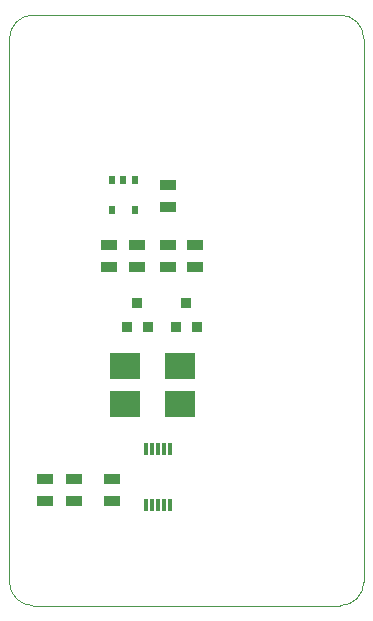
<source format=gbr>
G04 #@! TF.FileFunction,Paste,Top*
%FSLAX46Y46*%
G04 Gerber Fmt 4.6, Leading zero omitted, Abs format (unit mm)*
G04 Created by KiCad (PCBNEW 0.201501172016+5377~20~ubuntu14.04.1-product) date Wed 04 Feb 2015 06:39:08 PM PST*
%MOMM*%
G01*
G04 APERTURE LIST*
%ADD10C,0.100000*%
%ADD11R,1.397000X0.889000*%
%ADD12R,0.914400X0.914400*%
%ADD13R,0.508000X0.762000*%
%ADD14R,0.300000X1.100000*%
%ADD15R,2.600000X2.250000*%
G04 APERTURE END LIST*
D10*
X128000000Y-100000000D02*
G75*
G03X130000000Y-98000000I0J2000000D01*
G01*
X100000000Y-98000000D02*
G75*
G03X102000000Y-100000000I2000000J0D01*
G01*
X130000000Y-52000000D02*
G75*
G03X128000000Y-50000000I-2000000J0D01*
G01*
X102000000Y-50000000D02*
G75*
G03X100000000Y-52000000I0J-2000000D01*
G01*
X128000000Y-50000000D02*
X102000000Y-50000000D01*
X130000000Y-98000000D02*
X130000000Y-52000000D01*
X102000000Y-100000000D02*
X128000000Y-100000000D01*
X100000000Y-52000000D02*
X100000000Y-98000000D01*
D11*
X113450000Y-64347500D03*
X113450000Y-66252500D03*
X113400000Y-69447500D03*
X113400000Y-71352500D03*
X115700000Y-69447500D03*
X115700000Y-71352500D03*
X108450000Y-69447500D03*
X108450000Y-71352500D03*
X110800000Y-69447500D03*
X110800000Y-71352500D03*
X108700000Y-89247500D03*
X108700000Y-91152500D03*
D12*
X111689000Y-76416000D03*
X109911000Y-76416000D03*
X110800000Y-74384000D03*
X115839000Y-76416000D03*
X114061000Y-76416000D03*
X114950000Y-74384000D03*
D11*
X105500000Y-89247500D03*
X105500000Y-91152500D03*
X103000000Y-89247500D03*
X103000000Y-91152500D03*
D13*
X110602500Y-63980000D03*
X108697500Y-63980000D03*
X110602500Y-66520000D03*
X109650000Y-63980000D03*
X108697500Y-66520000D03*
D14*
X113600000Y-86750000D03*
X113100000Y-86750000D03*
X112600000Y-86750000D03*
X112100000Y-86750000D03*
X111600000Y-86750000D03*
X111584000Y-91450000D03*
X112092000Y-91450000D03*
X112600000Y-91450000D03*
X113108000Y-91450000D03*
X113616000Y-91450000D03*
D15*
X109750000Y-82900000D03*
X114450000Y-82900000D03*
X114450000Y-79700000D03*
X109750000Y-79700000D03*
M02*

</source>
